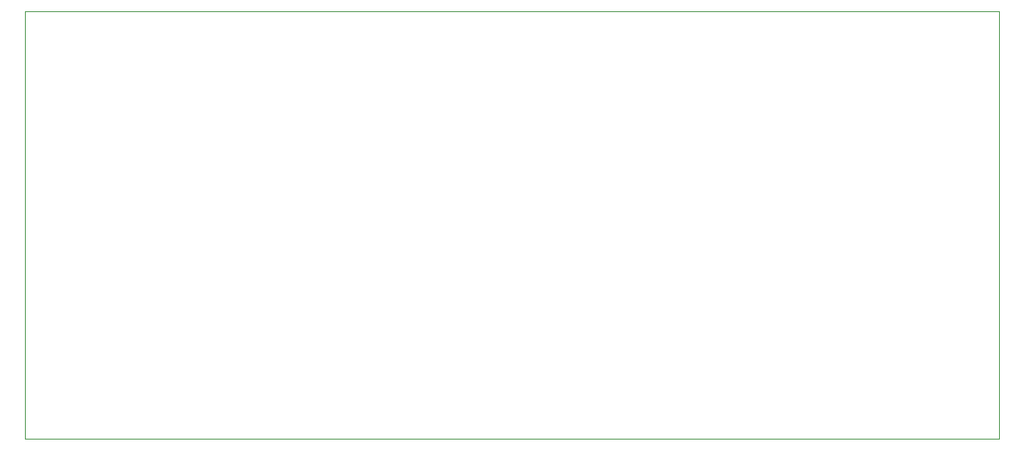
<source format=gm1>
%TF.GenerationSoftware,KiCad,Pcbnew,8.0.9-8.0.9-0~ubuntu22.04.1*%
%TF.CreationDate,2025-12-20T23:57:42-07:00*%
%TF.ProjectId,ESC_KiCAD,4553435f-4b69-4434-9144-2e6b69636164,A*%
%TF.SameCoordinates,Original*%
%TF.FileFunction,Profile,NP*%
%FSLAX46Y46*%
G04 Gerber Fmt 4.6, Leading zero omitted, Abs format (unit mm)*
G04 Created by KiCad (PCBNEW 8.0.9-8.0.9-0~ubuntu22.04.1) date 2025-12-20 23:57:42*
%MOMM*%
%LPD*%
G01*
G04 APERTURE LIST*
%TA.AperFunction,Profile*%
%ADD10C,0.050000*%
%TD*%
G04 APERTURE END LIST*
D10*
X120600000Y-67400000D02*
X223100000Y-67400000D01*
X223100000Y-112400000D01*
X120600000Y-112400000D01*
X120600000Y-67400000D01*
M02*

</source>
